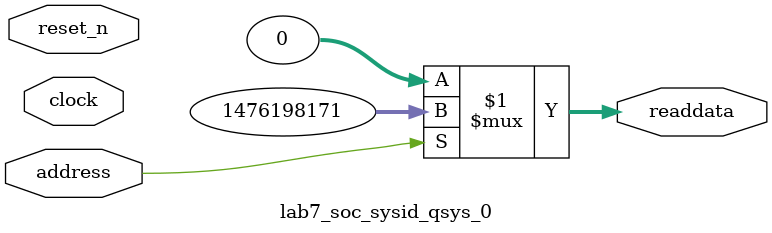
<source format=v>

`timescale 1ns / 1ps
// synthesis translate_on

// turn off superfluous verilog processor warnings 
// altera message_level Level1 
// altera message_off 10034 10035 10036 10037 10230 10240 10030 

module lab7_soc_sysid_qsys_0 (
               // inputs:
                address,
                clock,
                reset_n,

               // outputs:
                readdata
             )
;

  output  [ 31: 0] readdata;
  input            address;
  input            clock;
  input            reset_n;

  wire    [ 31: 0] readdata;
  //control_slave, which is an e_avalon_slave
  assign readdata = address ? 1476198171 : 0;

endmodule




</source>
